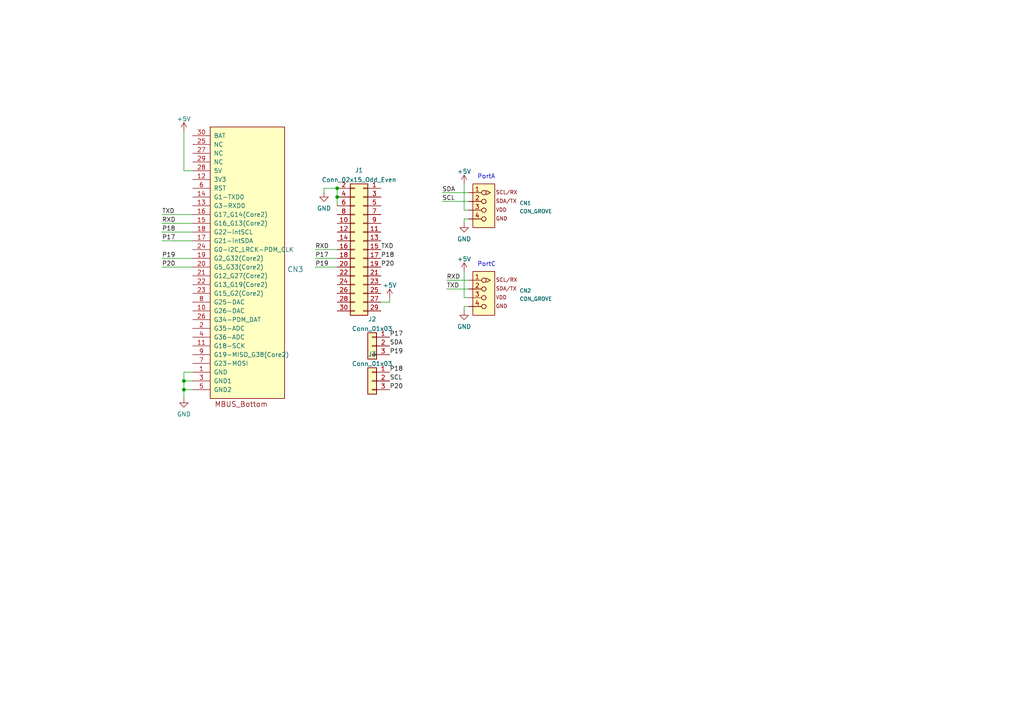
<source format=kicad_sch>
(kicad_sch (version 20211123) (generator eeschema)
  (paper "A4")
  (lib_symbols
    (symbol "Connector_Generic:Conn_01x03" (pin_names (offset 1.016) hide)
      (property "Reference" "J" (at 0 5.08 0))
      (property "Value" "Conn_01x03" (at 0 -5.08 0))
      (symbol "Conn_01x03_1_1"
        (rectangle (start -1.27 -2.413) (end 0 -2.667) (stroke (width 0.1524)))
        (rectangle (start -1.27 0.127) (end 0 -0.127) (stroke (width 0.1524)))
        (rectangle (start -1.27 2.667) (end 0 2.413) (stroke (width 0.1524)))
        (rectangle (start -1.27 3.81) (end 1.27 -3.81) (stroke (width 0.254)) (fill (type background)))
        (pin passive line (at -5.08 2.54 0) (length 3.81) (name "Pin_1") (number "1"))
        (pin passive line (at -5.08 0 0) (length 3.81) (name "Pin_2") (number "2"))
        (pin passive line (at -5.08 -2.54 0) (length 3.81) (name "Pin_3") (number "3"))
      )
    )
    (symbol "Connector_Generic:Conn_02x15_Odd_Even" (pin_names (offset 1.016) hide)
      (property "Reference" "J" (at 1.27 20.32 0))
      (property "Value" "Conn_02x15_Odd_Even" (at 1.27 -20.32 0))
      (symbol "Conn_02x15_Odd_Even_1_1"
        (rectangle (start -1.27 -17.653) (end 0 -17.907) (stroke (width 0.1524)))
        (rectangle (start -1.27 -15.113) (end 0 -15.367) (stroke (width 0.1524)))
        (rectangle (start -1.27 -12.573) (end 0 -12.827) (stroke (width 0.1524)))
        (rectangle (start -1.27 -10.033) (end 0 -10.287) (stroke (width 0.1524)))
        (rectangle (start -1.27 -7.493) (end 0 -7.747) (stroke (width 0.1524)))
        (rectangle (start -1.27 -4.953) (end 0 -5.207) (stroke (width 0.1524)))
        (rectangle (start -1.27 -2.413) (end 0 -2.667) (stroke (width 0.1524)))
        (rectangle (start -1.27 0.127) (end 0 -0.127) (stroke (width 0.1524)))
        (rectangle (start -1.27 2.667) (end 0 2.413) (stroke (width 0.1524)))
        (rectangle (start -1.27 5.207) (end 0 4.953) (stroke (width 0.1524)))
        (rectangle (start -1.27 7.747) (end 0 7.493) (stroke (width 0.1524)))
        (rectangle (start -1.27 10.287) (end 0 10.033) (stroke (width 0.1524)))
        (rectangle (start -1.27 12.827) (end 0 12.573) (stroke (width 0.1524)))
        (rectangle (start -1.27 15.367) (end 0 15.113) (stroke (width 0.1524)))
        (rectangle (start -1.27 17.907) (end 0 17.653) (stroke (width 0.1524)))
        (rectangle (start -1.27 19.05) (end 3.81 -19.05) (stroke (width 0.254)) (fill (type background)))
        (rectangle (start 3.81 -17.653) (end 2.54 -17.907) (stroke (width 0.1524)))
        (rectangle (start 3.81 -15.113) (end 2.54 -15.367) (stroke (width 0.1524)))
        (rectangle (start 3.81 -12.573) (end 2.54 -12.827) (stroke (width 0.1524)))
        (rectangle (start 3.81 -10.033) (end 2.54 -10.287) (stroke (width 0.1524)))
        (rectangle (start 3.81 -7.493) (end 2.54 -7.747) (stroke (width 0.1524)))
        (rectangle (start 3.81 -4.953) (end 2.54 -5.207) (stroke (width 0.1524)))
        (rectangle (start 3.81 -2.413) (end 2.54 -2.667) (stroke (width 0.1524)))
        (rectangle (start 3.81 0.127) (end 2.54 -0.127) (stroke (width 0.1524)))
        (rectangle (start 3.81 2.667) (end 2.54 2.413) (stroke (width 0.1524)))
        (rectangle (start 3.81 5.207) (end 2.54 4.953) (stroke (width 0.1524)))
        (rectangle (start 3.81 7.747) (end 2.54 7.493) (stroke (width 0.1524)))
        (rectangle (start 3.81 10.287) (end 2.54 10.033) (stroke (width 0.1524)))
        (rectangle (start 3.81 12.827) (end 2.54 12.573) (stroke (width 0.1524)))
        (rectangle (start 3.81 15.367) (end 2.54 15.113) (stroke (width 0.1524)))
        (rectangle (start 3.81 17.907) (end 2.54 17.653) (stroke (width 0.1524)))
        (pin passive line (at -5.08 17.78 0) (length 3.81) (name "Pin_1") (number "1"))
        (pin passive line (at 7.62 7.62 180) (length 3.81) (name "Pin_10") (number "10"))
        (pin passive line (at -5.08 5.08 0) (length 3.81) (name "Pin_11") (number "11"))
        (pin passive line (at 7.62 5.08 180) (length 3.81) (name "Pin_12") (number "12"))
        (pin passive line (at -5.08 2.54 0) (length 3.81) (name "Pin_13") (number "13"))
        (pin passive line (at 7.62 2.54 180) (length 3.81) (name "Pin_14") (number "14"))
        (pin passive line (at -5.08 0 0) (length 3.81) (name "Pin_15") (number "15"))
        (pin passive line (at 7.62 0 180) (length 3.81) (name "Pin_16") (number "16"))
        (pin passive line (at -5.08 -2.54 0) (length 3.81) (name "Pin_17") (number "17"))
        (pin passive line (at 7.62 -2.54 180) (length 3.81) (name "Pin_18") (number "18"))
        (pin passive line (at -5.08 -5.08 0) (length 3.81) (name "Pin_19") (number "19"))
        (pin passive line (at 7.62 17.78 180) (length 3.81) (name "Pin_2") (number "2"))
        (pin passive line (at 7.62 -5.08 180) (length 3.81) (name "Pin_20") (number "20"))
        (pin passive line (at -5.08 -7.62 0) (length 3.81) (name "Pin_21") (number "21"))
        (pin passive line (at 7.62 -7.62 180) (length 3.81) (name "Pin_22") (number "22"))
        (pin passive line (at -5.08 -10.16 0) (length 3.81) (name "Pin_23") (number "23"))
        (pin passive line (at 7.62 -10.16 180) (length 3.81) (name "Pin_24") (number "24"))
        (pin passive line (at -5.08 -12.7 0) (length 3.81) (name "Pin_25") (number "25"))
        (pin passive line (at 7.62 -12.7 180) (length 3.81) (name "Pin_26") (number "26"))
        (pin passive line (at -5.08 -15.24 0) (length 3.81) (name "Pin_27") (number "27"))
        (pin passive line (at 7.62 -15.24 180) (length 3.81) (name "Pin_28") (number "28"))
        (pin passive line (at -5.08 -17.78 0) (length 3.81) (name "Pin_29") (number "29"))
        (pin passive line (at -5.08 15.24 0) (length 3.81) (name "Pin_3") (number "3"))
        (pin passive line (at 7.62 -17.78 180) (length 3.81) (name "Pin_30") (number "30"))
        (pin passive line (at 7.62 15.24 180) (length 3.81) (name "Pin_4") (number "4"))
        (pin passive line (at -5.08 12.7 0) (length 3.81) (name "Pin_5") (number "5"))
        (pin passive line (at 7.62 12.7 180) (length 3.81) (name "Pin_6") (number "6"))
        (pin passive line (at -5.08 10.16 0) (length 3.81) (name "Pin_7") (number "7"))
        (pin passive line (at 7.62 10.16 180) (length 3.81) (name "Pin_8") (number "8"))
        (pin passive line (at -5.08 7.62 0) (length 3.81) (name "Pin_9") (number "9"))
      )
    )
    (symbol "akita:CON_GROVE" (pin_names (offset 1.016))
      (property "Reference" "CN" (at 0 3.81 0))
      (property "Value" "CON_GROVE" (at 3.81 -5.08 90))
      (symbol "CON_GROVE_1_0"
        (text "GND" (at 5.334 -5.588 0) (effects (font (size 1.0668 1.0668)) (justify left bottom)))
        (text "SCL/RX" (at 5.334 2.032 0) (effects (font (size 1.0668 1.0668)) (justify left bottom)))
        (text "SDA/TX" (at 5.334 -0.508 0) (effects (font (size 1.0668 1.0668)) (justify left bottom)))
        (text "VDD" (at 5.334 -3.048 0) (effects (font (size 1.0668 1.0668)) (justify left bottom)))
        (pin bidirectional inverted_clock (at -2.54 2.54 0) (length 5.08) (name "1") (number "1"))
        (pin bidirectional inverted (at -2.54 0 0) (length 5.08) (name "2") (number "2"))
        (pin bidirectional inverted (at -2.54 -2.54 0) (length 5.08) (name "3") (number "3"))
        (pin bidirectional inverted (at -2.54 -5.08 0) (length 5.08) (name "4") (number "4"))
      )
      (symbol "CON_GROVE_1_1"
        (rectangle (start -1.27 5.08) (end 5.08 -7.62) (stroke (width 0.2032)) (fill (type background)))
      )
    )
    (symbol "akita:CON_MBUS_bottom_Core2" (pin_names (offset 1.016))
      (property "Reference" "CN" (at -11.43 35.56 0))
      (symbol "CON_MBUS_bottom_Core2_1_0"
        (rectangle (start -11.43 35.56) (end 10.16 -43.18) (stroke (width 0.2032)) (fill (type background)))
        (text "MBUS_Bottom" (at -10.16 -45.72 0) (effects (font (size 1.4986 1.4986)) (justify left bottom)))
        (pin bidirectional line (at -16.51 -35.56 0) (length 5.08) (name "GND") (number "1"))
        (pin bidirectional line (at -16.51 -17.78 0) (length 5.08) (name "G26-DAC") (number "10"))
        (pin bidirectional line (at -16.51 -27.94 0) (length 5.08) (name "G18-SCK") (number "11"))
        (pin bidirectional line (at -16.51 20.32 0) (length 5.08) (name "3V3") (number "12"))
        (pin bidirectional line (at -16.51 12.7 0) (length 5.08) (name "G3-RXD0") (number "13"))
        (pin bidirectional line (at -16.51 15.24 0) (length 5.08) (name "G1-TXD0") (number "14"))
        (pin bidirectional line (at -16.51 7.62 0) (length 5.08) (name "G16_G13(Core2)") (number "15"))
        (pin bidirectional line (at -16.51 10.16 0) (length 5.08) (name "G17_G14(Core2)") (number "16"))
        (pin bidirectional line (at -16.51 2.54 0) (length 5.08) (name "G21-intSDA") (number "17"))
        (pin bidirectional line (at -16.51 5.08 0) (length 5.08) (name "G22-intSCL") (number "18"))
        (pin bidirectional line (at -16.51 -2.54 0) (length 5.08) (name "G2_G32(Core2)") (number "19"))
        (pin bidirectional line (at -16.51 -22.86 0) (length 5.08) (name "G35-ADC") (number "2"))
        (pin bidirectional line (at -16.51 -5.08 0) (length 5.08) (name "G5_G33(Core2)") (number "20"))
        (pin bidirectional line (at -16.51 -7.62 0) (length 5.08) (name "G12_G27(Core2)") (number "21"))
        (pin bidirectional line (at -16.51 -10.16 0) (length 5.08) (name "G13_G19(Core2)") (number "22"))
        (pin bidirectional line (at -16.51 -12.7 0) (length 5.08) (name "G15_G2(Core2)") (number "23"))
        (pin bidirectional line (at -16.51 0 0) (length 5.08) (name "G0-I2C_LRCK-PDM_CLK") (number "24"))
        (pin bidirectional line (at -16.51 30.48 0) (length 5.08) (name "NC") (number "25"))
        (pin bidirectional line (at -16.51 -20.32 0) (length 5.08) (name "G34-PDM_DAT") (number "26"))
        (pin bidirectional line (at -16.51 27.94 0) (length 5.08) (name "NC") (number "27"))
        (pin bidirectional line (at -16.51 22.86 0) (length 5.08) (name "5V") (number "28"))
        (pin bidirectional line (at -16.51 25.4 0) (length 5.08) (name "NC") (number "29"))
        (pin bidirectional line (at -16.51 -38.1 0) (length 5.08) (name "GND1") (number "3"))
        (pin bidirectional line (at -16.51 33.02 0) (length 5.08) (name "BAT") (number "30"))
        (pin bidirectional line (at -16.51 -25.4 0) (length 5.08) (name "G36-ADC") (number "4"))
        (pin bidirectional line (at -16.51 -40.64 0) (length 5.08) (name "GND2") (number "5"))
        (pin bidirectional line (at -16.51 17.78 0) (length 5.08) (name "RST") (number "6"))
        (pin bidirectional line (at -16.51 -33.02 0) (length 5.08) (name "G23-MOSI") (number "7"))
        (pin bidirectional line (at -16.51 -15.24 0) (length 5.08) (name "G25-DAC") (number "8"))
        (pin bidirectional line (at -16.51 -30.48 0) (length 5.08) (name "G19-MISO_G38(Core2)") (number "9"))
      )
    )
    (symbol "power:+5V" (power) (pin_names (offset 0))
      (property "Value" "+5V" (at 0 3.556 0))
      (symbol "+5V_0_1"
        (polyline (pts (xy -0.762 1.27) (xy 0 2.54)))
        (polyline (pts (xy 0 0) (xy 0 2.54)))
        (polyline (pts (xy 0 2.54) (xy 0.762 1.27)))
      )
      (symbol "+5V_1_1"
        (pin power_in line (at 0 0 90) (length 0) hide (name "+5V") (number "1"))
      )
    )
    (symbol "power:GND" (power) (pin_names (offset 0))
      (property "Value" "GND" (at 0 -3.81 0))
      (symbol "GND_0_1"
        (polyline (pts (xy 0 0) (xy 0 -1.27) (xy 1.27 -1.27) (xy 0 -2.54) (xy -1.27 -1.27) (xy 0 -1.27)))
      )
      (symbol "GND_1_1"
        (pin power_in line (at 0 0 270) (length 0) hide (name "GND") (number "1"))
      )
    )
  )
  (junction (at 53.34 113.03))
  (junction (at 97.79 57.15))
  (junction (at 53.34 110.49))
  (junction (at 97.79 54.61))
  (wire (pts (xy 55.88 49.53) (xy 53.34 49.53)))
  (wire (pts (xy 46.99 77.47) (xy 55.88 77.47)))
  (wire (pts (xy 91.44 74.93) (xy 97.79 74.93)))
  (wire (pts (xy 135.89 86.36) (xy 134.62 86.36)))
  (wire (pts (xy 46.99 62.23) (xy 55.88 62.23)))
  (wire (pts (xy 93.98 54.61) (xy 93.98 55.88)))
  (wire (pts (xy 55.88 107.95) (xy 53.34 107.95)))
  (wire (pts (xy 134.62 86.36) (xy 134.62 78.74)))
  (wire (pts (xy 134.62 60.96) (xy 134.62 53.34)))
  (wire (pts (xy 46.99 67.31) (xy 55.88 67.31)))
  (wire (pts (xy 46.99 74.93) (xy 55.88 74.93)))
  (wire (pts (xy 129.54 83.82) (xy 135.89 83.82)))
  (wire (pts (xy 135.89 63.5) (xy 134.62 63.5)))
  (wire (pts (xy 46.99 69.85) (xy 55.88 69.85)))
  (wire (pts (xy 53.34 110.49) (xy 53.34 113.03)))
  (wire (pts (xy 135.89 88.9) (xy 134.62 88.9)))
  (wire (pts (xy 53.34 49.53) (xy 53.34 38.1)))
  (wire (pts (xy 134.62 88.9) (xy 134.62 90.17)))
  (wire (pts (xy 97.79 54.61) (xy 93.98 54.61)))
  (wire (pts (xy 53.34 107.95) (xy 53.34 110.49)))
  (wire (pts (xy 91.44 77.47) (xy 97.79 77.47)))
  (wire (pts (xy 46.99 64.77) (xy 55.88 64.77)))
  (wire (pts (xy 53.34 110.49) (xy 55.88 110.49)))
  (wire (pts (xy 113.03 87.63) (xy 113.03 86.36)))
  (wire (pts (xy 134.62 63.5) (xy 134.62 64.77)))
  (wire (pts (xy 97.79 57.15) (xy 97.79 59.69)))
  (wire (pts (xy 129.54 81.28) (xy 135.89 81.28)))
  (wire (pts (xy 91.44 72.39) (xy 97.79 72.39)))
  (wire (pts (xy 128.27 58.42) (xy 135.89 58.42)))
  (wire (pts (xy 97.79 54.61) (xy 97.79 57.15)))
  (wire (pts (xy 135.89 60.96) (xy 134.62 60.96)))
  (wire (pts (xy 110.49 87.63) (xy 113.03 87.63)))
  (wire (pts (xy 128.27 55.88) (xy 135.89 55.88)))
  (wire (pts (xy 53.34 113.03) (xy 53.34 115.57)))
  (wire (pts (xy 53.34 113.03) (xy 55.88 113.03)))
  (text "PortA\n" (at 138.43 52.07 0) (effects (font (size 1.27 1.27)) (justify left bottom)))
  (text "PortC\n" (at 138.43 77.47 0) (effects (font (size 1.27 1.27)) (justify left bottom)))
  (label "P20" (at 113.03 113.03 0))
  (label "RXD" (at 129.54 81.28 0))
  (label "P19" (at 113.03 102.87 0))
  (label "TXD" (at 110.49 72.39 0))
  (label "P18" (at 113.03 107.95 0))
  (label "SCL" (at 113.03 110.49 0))
  (label "P17" (at 91.44 74.93 0))
  (label "RXD" (at 91.44 72.39 0))
  (label "P18" (at 46.99 67.31 0))
  (label "P20" (at 110.49 77.47 0))
  (label "SCL" (at 128.27 58.42 0))
  (label "SDA" (at 128.27 55.88 0))
  (label "P19" (at 91.44 77.47 0))
  (label "RXD" (at 46.99 64.77 0))
  (label "P17" (at 113.03 97.79 0))
  (label "P17" (at 46.99 69.85 0))
  (label "P19" (at 46.99 74.93 0))
  (label "TXD" (at 46.99 62.23 0))
  (label "P20" (at 46.99 77.47 0))
  (label "TXD" (at 129.54 83.82 0))
  (label "P18" (at 110.49 74.93 0))
  (label "SDA" (at 113.03 100.33 0))
  (symbol (lib_id "power:+5V") (at 53.34 38.1 0) (unit 1)
    (property "Reference" "#PWR0102" (effects hide))
    (property "Value" "+5V" (at 53.34 34.4955 0))
  )
  (symbol (lib_id "akita:CON_GROVE") (at 138.43 58.42 0) (unit 1)
    (property "Reference" "CN1" (at 150.6792 58.9065 0) (effects (font (size 1.0668 1.0668)) (justify left)))
    (property "Value" "CON_GROVE" (at 150.6792 61.2782 0) (effects (font (size 1.0668 1.0668)) (justify left)))
    (property "Footprint" "akita:CON_GROVE_H_roundPad" (effects hide))
  )
  (symbol (lib_id "Connector_Generic:Conn_02x15_Odd_Even") (at 105.41 72.39 0) (mirror y) (unit 1)
    (property "Reference" "J1" (at 104.14 49.3735 0))
    (property "Value" "Conn_02x15_Odd_Even" (at 104.14 52.1486 0))
    (property "Footprint" "Connector_PinHeader_2.54mm:PinHeader_2x15_P2.54mm_Vertical" (effects hide))
  )
  (symbol (lib_id "power:GND") (at 53.34 115.57 0) (unit 1)
    (property "Reference" "#PWR0101" (effects hide))
    (property "Value" "GND" (at 53.34 120.1325 0))
  )
  (symbol (lib_id "power:GND") (at 93.98 55.88 0) (unit 1)
    (property "Reference" "#PWR02" (effects hide))
    (property "Value" "GND" (at 93.98 60.4425 0))
  )
  (symbol (lib_id "Connector_Generic:Conn_01x03") (at 107.95 110.49 0) (mirror y) (unit 1)
    (property "Reference" "J3" (at 107.95 102.7135 0))
    (property "Value" "Conn_01x03" (at 107.95 105.4886 0))
    (property "Footprint" "Connector_PinHeader_2.54mm:PinHeader_1x03_P2.54mm_Horizontal" (effects hide))
  )
  (symbol (lib_id "power:+5V") (at 113.03 86.36 0) (unit 1)
    (property "Reference" "#PWR05" (effects hide))
    (property "Value" "+5V" (at 113.03 82.7555 0))
  )
  (symbol (lib_id "Connector_Generic:Conn_01x03") (at 107.95 100.33 0) (mirror y) (unit 1)
    (property "Reference" "J2" (at 107.95 92.5535 0))
    (property "Value" "Conn_01x03" (at 107.95 95.3286 0))
    (property "Footprint" "Connector_PinHeader_2.54mm:PinHeader_1x03_P2.54mm_Horizontal" (effects hide))
  )
  (symbol (lib_id "power:GND") (at 134.62 64.77 0) (unit 1)
    (property "Reference" "#PWR03" (effects hide))
    (property "Value" "GND" (at 134.62 69.3325 0))
  )
  (symbol (lib_id "power:+5V") (at 134.62 53.34 0) (unit 1)
    (property "Reference" "#PWR01" (effects hide))
    (property "Value" "+5V" (at 134.62 49.7355 0))
  )
  (symbol (lib_id "akita:CON_MBUS_bottom_Core2") (at 72.39 72.39 0) (unit 1)
    (property "Reference" "CN3" (at 83.2866 78.1248 0) (effects (font (size 1.4986 1.4986)) (justify left)))
    (property "Value" "CON_MBUS_bottom_Core2" (effects hide))
    (property "Footprint" "akita:M5STACK_BUS_30P" (effects hide))
  )
  (symbol (lib_id "akita:CON_GROVE") (at 138.43 83.82 0) (unit 1)
    (property "Reference" "CN2" (at 150.6792 84.3065 0) (effects (font (size 1.0668 1.0668)) (justify left)))
    (property "Value" "CON_GROVE" (at 150.6792 86.6782 0) (effects (font (size 1.0668 1.0668)) (justify left)))
    (property "Footprint" "akita:CON_GROVE_H_roundPad" (effects hide))
  )
  (symbol (lib_id "power:GND") (at 134.62 90.17 0) (unit 1)
    (property "Reference" "#PWR06" (effects hide))
    (property "Value" "GND" (at 134.62 94.7325 0))
  )
  (symbol (lib_id "power:+5V") (at 134.62 78.74 0) (unit 1)
    (property "Reference" "#PWR04" (effects hide))
    (property "Value" "+5V" (at 134.62 75.1355 0))
  )
)
</source>
